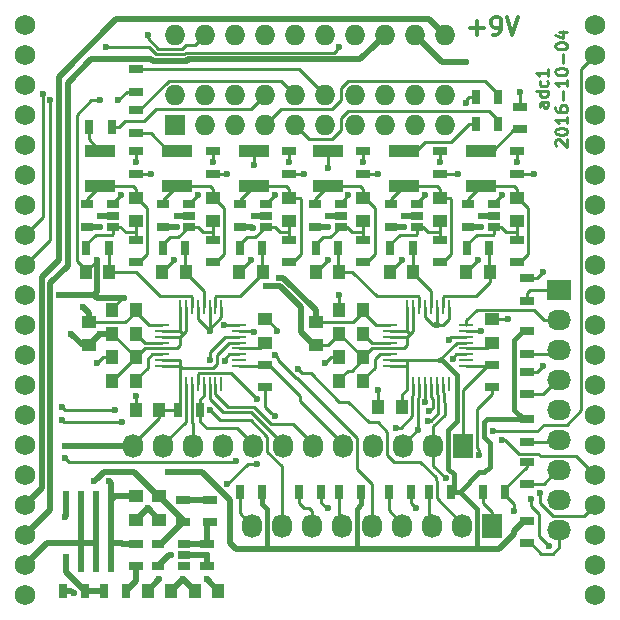
<source format=gtl>
G04 #@! TF.FileFunction,Copper,L1,Top,Signal*
%FSLAX46Y46*%
G04 Gerber Fmt 4.6, Leading zero omitted, Abs format (unit mm)*
G04 Created by KiCad (PCBNEW 4.0.2-stable) date Tue 04 Oct 2016 01:03:20 PM CEST*
%MOMM*%
G01*
G04 APERTURE LIST*
%ADD10C,0.100000*%
%ADD11C,0.250000*%
%ADD12C,0.300000*%
%ADD13R,1.250000X1.000000*%
%ADD14R,1.000000X1.250000*%
%ADD15R,1.727200X2.032000*%
%ADD16O,1.727200X2.032000*%
%ADD17R,2.032000X1.727200*%
%ADD18O,2.032000X1.727200*%
%ADD19R,0.700000X1.300000*%
%ADD20R,1.300000X0.700000*%
%ADD21R,0.600000X1.550000*%
%ADD22R,1.060000X0.650000*%
%ADD23R,0.280000X1.200000*%
%ADD24R,1.200000X0.280000*%
%ADD25R,2.500000X1.000000*%
%ADD26C,1.727200*%
%ADD27R,1.727200X1.727200*%
%ADD28O,1.727200X1.727200*%
%ADD29C,0.600000*%
%ADD30C,0.500000*%
%ADD31C,0.400000*%
G04 APERTURE END LIST*
D10*
D11*
X120127381Y-82392857D02*
X119603571Y-82392857D01*
X119508333Y-82440476D01*
X119460714Y-82535714D01*
X119460714Y-82726191D01*
X119508333Y-82821429D01*
X120079762Y-82392857D02*
X120127381Y-82488095D01*
X120127381Y-82726191D01*
X120079762Y-82821429D01*
X119984524Y-82869048D01*
X119889286Y-82869048D01*
X119794048Y-82821429D01*
X119746429Y-82726191D01*
X119746429Y-82488095D01*
X119698810Y-82392857D01*
X120127381Y-81488095D02*
X119127381Y-81488095D01*
X120079762Y-81488095D02*
X120127381Y-81583333D01*
X120127381Y-81773810D01*
X120079762Y-81869048D01*
X120032143Y-81916667D01*
X119936905Y-81964286D01*
X119651190Y-81964286D01*
X119555952Y-81916667D01*
X119508333Y-81869048D01*
X119460714Y-81773810D01*
X119460714Y-81583333D01*
X119508333Y-81488095D01*
X120079762Y-80583333D02*
X120127381Y-80678571D01*
X120127381Y-80869048D01*
X120079762Y-80964286D01*
X120032143Y-81011905D01*
X119936905Y-81059524D01*
X119651190Y-81059524D01*
X119555952Y-81011905D01*
X119508333Y-80964286D01*
X119460714Y-80869048D01*
X119460714Y-80678571D01*
X119508333Y-80583333D01*
X120127381Y-79630952D02*
X120127381Y-80202381D01*
X120127381Y-79916667D02*
X119127381Y-79916667D01*
X119270238Y-80011905D01*
X119365476Y-80107143D01*
X119413095Y-80202381D01*
X120872619Y-86107143D02*
X120825000Y-86059524D01*
X120777381Y-85964286D01*
X120777381Y-85726190D01*
X120825000Y-85630952D01*
X120872619Y-85583333D01*
X120967857Y-85535714D01*
X121063095Y-85535714D01*
X121205952Y-85583333D01*
X121777381Y-86154762D01*
X121777381Y-85535714D01*
X120777381Y-84916667D02*
X120777381Y-84821428D01*
X120825000Y-84726190D01*
X120872619Y-84678571D01*
X120967857Y-84630952D01*
X121158333Y-84583333D01*
X121396429Y-84583333D01*
X121586905Y-84630952D01*
X121682143Y-84678571D01*
X121729762Y-84726190D01*
X121777381Y-84821428D01*
X121777381Y-84916667D01*
X121729762Y-85011905D01*
X121682143Y-85059524D01*
X121586905Y-85107143D01*
X121396429Y-85154762D01*
X121158333Y-85154762D01*
X120967857Y-85107143D01*
X120872619Y-85059524D01*
X120825000Y-85011905D01*
X120777381Y-84916667D01*
X121777381Y-83630952D02*
X121777381Y-84202381D01*
X121777381Y-83916667D02*
X120777381Y-83916667D01*
X120920238Y-84011905D01*
X121015476Y-84107143D01*
X121063095Y-84202381D01*
X120777381Y-82773809D02*
X120777381Y-82964286D01*
X120825000Y-83059524D01*
X120872619Y-83107143D01*
X121015476Y-83202381D01*
X121205952Y-83250000D01*
X121586905Y-83250000D01*
X121682143Y-83202381D01*
X121729762Y-83154762D01*
X121777381Y-83059524D01*
X121777381Y-82869047D01*
X121729762Y-82773809D01*
X121682143Y-82726190D01*
X121586905Y-82678571D01*
X121348810Y-82678571D01*
X121253571Y-82726190D01*
X121205952Y-82773809D01*
X121158333Y-82869047D01*
X121158333Y-83059524D01*
X121205952Y-83154762D01*
X121253571Y-83202381D01*
X121348810Y-83250000D01*
X121396429Y-82250000D02*
X121396429Y-81488095D01*
X121777381Y-80488095D02*
X121777381Y-81059524D01*
X121777381Y-80773810D02*
X120777381Y-80773810D01*
X120920238Y-80869048D01*
X121015476Y-80964286D01*
X121063095Y-81059524D01*
X120777381Y-79869048D02*
X120777381Y-79773809D01*
X120825000Y-79678571D01*
X120872619Y-79630952D01*
X120967857Y-79583333D01*
X121158333Y-79535714D01*
X121396429Y-79535714D01*
X121586905Y-79583333D01*
X121682143Y-79630952D01*
X121729762Y-79678571D01*
X121777381Y-79773809D01*
X121777381Y-79869048D01*
X121729762Y-79964286D01*
X121682143Y-80011905D01*
X121586905Y-80059524D01*
X121396429Y-80107143D01*
X121158333Y-80107143D01*
X120967857Y-80059524D01*
X120872619Y-80011905D01*
X120825000Y-79964286D01*
X120777381Y-79869048D01*
X121396429Y-79107143D02*
X121396429Y-78345238D01*
X120777381Y-77678572D02*
X120777381Y-77583333D01*
X120825000Y-77488095D01*
X120872619Y-77440476D01*
X120967857Y-77392857D01*
X121158333Y-77345238D01*
X121396429Y-77345238D01*
X121586905Y-77392857D01*
X121682143Y-77440476D01*
X121729762Y-77488095D01*
X121777381Y-77583333D01*
X121777381Y-77678572D01*
X121729762Y-77773810D01*
X121682143Y-77821429D01*
X121586905Y-77869048D01*
X121396429Y-77916667D01*
X121158333Y-77916667D01*
X120967857Y-77869048D01*
X120872619Y-77821429D01*
X120825000Y-77773810D01*
X120777381Y-77678572D01*
X121110714Y-76488095D02*
X121777381Y-76488095D01*
X120729762Y-76726191D02*
X121444048Y-76964286D01*
X121444048Y-76345238D01*
D12*
X113571429Y-76107143D02*
X114714286Y-76107143D01*
X114142857Y-76678571D02*
X114142857Y-75535714D01*
X115500000Y-76678571D02*
X115785715Y-76678571D01*
X115928572Y-76607143D01*
X116000000Y-76535714D01*
X116142858Y-76321429D01*
X116214286Y-76035714D01*
X116214286Y-75464286D01*
X116142858Y-75321429D01*
X116071429Y-75250000D01*
X115928572Y-75178571D01*
X115642858Y-75178571D01*
X115500000Y-75250000D01*
X115428572Y-75321429D01*
X115357143Y-75464286D01*
X115357143Y-75821429D01*
X115428572Y-75964286D01*
X115500000Y-76035714D01*
X115642858Y-76107143D01*
X115928572Y-76107143D01*
X116071429Y-76035714D01*
X116142858Y-75964286D01*
X116214286Y-75821429D01*
X116642857Y-75178571D02*
X117142857Y-76678571D01*
X117642857Y-75178571D01*
D13*
X98250000Y-92500000D03*
X98250000Y-90500000D03*
D14*
X86250000Y-123750000D03*
X88250000Y-123750000D03*
X90250000Y-123750000D03*
X92250000Y-123750000D03*
D13*
X85250000Y-115750000D03*
X85250000Y-117750000D03*
X87250000Y-115750000D03*
X87250000Y-117750000D03*
X96200000Y-100800000D03*
X96200000Y-102800000D03*
X91750000Y-92500000D03*
X91750000Y-90500000D03*
D14*
X96000000Y-96750000D03*
X94000000Y-96750000D03*
X89500000Y-96750000D03*
X87500000Y-96750000D03*
X83000000Y-96750000D03*
X81000000Y-96750000D03*
D13*
X85250000Y-92500000D03*
X85250000Y-90500000D03*
D14*
X85250000Y-106000000D03*
X83250000Y-106000000D03*
X87250000Y-108500000D03*
X85250000Y-108500000D03*
X83250000Y-102000000D03*
X85250000Y-102000000D03*
X85250000Y-100000000D03*
X83250000Y-100000000D03*
X83250000Y-104000000D03*
X85250000Y-104000000D03*
D13*
X81250000Y-101000000D03*
X81250000Y-103000000D03*
X117500000Y-92500000D03*
X117500000Y-90500000D03*
X115400000Y-100800000D03*
X115400000Y-102800000D03*
X111000000Y-92500000D03*
X111000000Y-90500000D03*
D14*
X115250000Y-96750000D03*
X113250000Y-96750000D03*
X108750000Y-96750000D03*
X106750000Y-96750000D03*
X102500000Y-96750000D03*
X100500000Y-96750000D03*
D13*
X104500000Y-92500000D03*
X104500000Y-90500000D03*
D14*
X104500000Y-106000000D03*
X102500000Y-106000000D03*
X107750000Y-108250000D03*
X105750000Y-108250000D03*
X102500000Y-102000000D03*
X104500000Y-102000000D03*
X104500000Y-100000000D03*
X102500000Y-100000000D03*
X102500000Y-104000000D03*
X104500000Y-104000000D03*
D13*
X100500000Y-101000000D03*
X100500000Y-103000000D03*
D15*
X115420000Y-118250000D03*
D16*
X112880000Y-118250000D03*
X110340000Y-118250000D03*
X107800000Y-118250000D03*
X105260000Y-118250000D03*
X102720000Y-118250000D03*
X100180000Y-118250000D03*
X97640000Y-118250000D03*
X95100000Y-118250000D03*
D17*
X121100000Y-98340000D03*
D18*
X121100000Y-100880000D03*
X121100000Y-103420000D03*
X121100000Y-105960000D03*
X121100000Y-108500000D03*
X121100000Y-111040000D03*
X121100000Y-113580000D03*
X121100000Y-116120000D03*
X121100000Y-118660000D03*
D19*
X88800000Y-108500000D03*
X90700000Y-108500000D03*
X79050000Y-123750000D03*
X80950000Y-123750000D03*
X82550000Y-123750000D03*
X84450000Y-123750000D03*
D20*
X85250000Y-121700000D03*
X85250000Y-119800000D03*
X91250000Y-121700000D03*
X91250000Y-119800000D03*
X91500000Y-117950000D03*
X91500000Y-116050000D03*
X89250000Y-116050000D03*
X89250000Y-117950000D03*
X98250000Y-95950000D03*
X98250000Y-94050000D03*
X85250000Y-81500000D03*
X85250000Y-79600000D03*
D19*
X110050000Y-115400000D03*
X111950000Y-115400000D03*
X116550000Y-115400000D03*
X114650000Y-115400000D03*
X102450000Y-115400000D03*
X104350000Y-115400000D03*
X108550000Y-115400000D03*
X106650000Y-115400000D03*
X94050000Y-115400000D03*
X95950000Y-115400000D03*
D20*
X98250000Y-88450000D03*
X98250000Y-86550000D03*
D19*
X100950000Y-115400000D03*
X99050000Y-115400000D03*
D20*
X96200000Y-106550000D03*
X96200000Y-104650000D03*
X91750000Y-95950000D03*
X91750000Y-94050000D03*
D19*
X95950000Y-94750000D03*
X94050000Y-94750000D03*
D20*
X85250000Y-85000000D03*
X85250000Y-83100000D03*
D19*
X89450000Y-94750000D03*
X87550000Y-94750000D03*
X82950000Y-94750000D03*
X81050000Y-94750000D03*
D20*
X91750000Y-88450000D03*
X91750000Y-86550000D03*
X85250000Y-95950000D03*
X85250000Y-94050000D03*
D19*
X81300000Y-84500000D03*
X83200000Y-84500000D03*
D20*
X85250000Y-88450000D03*
X85250000Y-86550000D03*
X117500000Y-95950000D03*
X117500000Y-94050000D03*
X117750000Y-84700000D03*
X117750000Y-82800000D03*
X118350000Y-103700000D03*
X118350000Y-101800000D03*
X118350000Y-97300000D03*
X118350000Y-99200000D03*
X118400000Y-111150000D03*
X118400000Y-109250000D03*
X118350000Y-105250000D03*
X118350000Y-107150000D03*
X118400000Y-119750000D03*
X118400000Y-117850000D03*
X117500000Y-88450000D03*
X117500000Y-86550000D03*
X118400000Y-112850000D03*
X118400000Y-114750000D03*
X115400000Y-106550000D03*
X115400000Y-104650000D03*
X111000000Y-95950000D03*
X111000000Y-94050000D03*
D19*
X115200000Y-94750000D03*
X113300000Y-94750000D03*
X114050000Y-84250000D03*
X115950000Y-84250000D03*
X108700000Y-94750000D03*
X106800000Y-94750000D03*
X102399999Y-94750000D03*
X100499999Y-94750000D03*
D20*
X111000000Y-88450000D03*
X111000000Y-86550000D03*
X104500000Y-95950000D03*
X104500000Y-94050000D03*
D19*
X114050000Y-82000000D03*
X115950000Y-82000000D03*
D20*
X104500000Y-88450000D03*
X104500000Y-86550000D03*
D21*
X79345000Y-121450000D03*
X80615000Y-121450000D03*
X81885000Y-121450000D03*
X83155000Y-121450000D03*
X83155000Y-116050000D03*
X81885000Y-116050000D03*
X80615000Y-116050000D03*
X79345000Y-116050000D03*
D22*
X89350000Y-121700000D03*
X89350000Y-120750000D03*
X89350000Y-119800000D03*
X87150000Y-119800000D03*
X87150000Y-121700000D03*
X96250000Y-92950000D03*
X96250000Y-92000000D03*
X96250000Y-91050000D03*
X94050000Y-91050000D03*
X94050000Y-92950000D03*
X89750000Y-92950000D03*
X89750000Y-92000000D03*
X89750000Y-91050000D03*
X87550000Y-91050000D03*
X87550000Y-92950000D03*
D23*
X92500000Y-99750000D03*
X92000000Y-99750000D03*
X91500000Y-99750000D03*
X91000000Y-99750000D03*
X90500000Y-99750000D03*
X90000000Y-99750000D03*
X89500000Y-99750000D03*
X89000000Y-99750000D03*
D24*
X87500000Y-101250000D03*
X87500000Y-101750000D03*
X87500000Y-102250000D03*
X87500000Y-102750000D03*
X87500000Y-103250000D03*
X87500000Y-103750000D03*
X87500000Y-104250000D03*
X87500000Y-104750000D03*
D23*
X89000000Y-106250000D03*
X89500000Y-106250000D03*
X90000000Y-106250000D03*
X90500000Y-106250000D03*
X91000000Y-106250000D03*
X91500000Y-106250000D03*
X92000000Y-106250000D03*
X92500000Y-106250000D03*
D24*
X94000000Y-104750000D03*
X94000000Y-104250000D03*
X94000000Y-103750000D03*
X94000000Y-103250000D03*
X94000000Y-102750000D03*
X94000000Y-102250000D03*
X94000000Y-101750000D03*
X94000000Y-101250000D03*
D22*
X83350000Y-92950000D03*
X83350000Y-92000000D03*
X83350000Y-91050000D03*
X81150000Y-91050000D03*
X81150000Y-92950000D03*
X115600000Y-92950000D03*
X115600000Y-92000000D03*
X115600000Y-91050000D03*
X113400000Y-91050000D03*
X113400000Y-92950000D03*
X109100000Y-92950000D03*
X109100000Y-92000000D03*
X109100000Y-91050000D03*
X106900000Y-91050000D03*
X106900000Y-92950000D03*
D23*
X111750000Y-99750000D03*
X111250000Y-99750000D03*
X110750000Y-99750000D03*
X110250000Y-99750000D03*
X109750000Y-99750000D03*
X109250000Y-99750000D03*
X108750000Y-99750000D03*
X108250000Y-99750000D03*
D24*
X106750000Y-101250000D03*
X106750000Y-101750000D03*
X106750000Y-102250000D03*
X106750000Y-102750000D03*
X106750000Y-103250000D03*
X106750000Y-103750000D03*
X106750000Y-104250000D03*
X106750000Y-104750000D03*
D23*
X108250000Y-106250000D03*
X108750000Y-106250000D03*
X109250000Y-106250000D03*
X109750000Y-106250000D03*
X110250000Y-106250000D03*
X110750000Y-106250000D03*
X111250000Y-106250000D03*
X111750000Y-106250000D03*
D24*
X113250000Y-104750000D03*
X113250000Y-104250000D03*
X113250000Y-103750000D03*
X113250000Y-103250000D03*
X113250000Y-102750000D03*
X113250000Y-102250000D03*
X113250000Y-101750000D03*
X113250000Y-101250000D03*
D22*
X102600000Y-92950000D03*
X102600000Y-92000000D03*
X102600000Y-91050000D03*
X100400000Y-91050000D03*
X100400000Y-92950000D03*
D25*
X95250000Y-89500000D03*
X95250000Y-86500000D03*
X88750000Y-89500000D03*
X88750000Y-86500000D03*
X82250000Y-89500000D03*
X82250000Y-86500000D03*
X114500000Y-89500000D03*
X114500000Y-86500000D03*
X108000000Y-89500000D03*
X108000000Y-86500000D03*
X101500000Y-89500000D03*
X101500000Y-86500000D03*
D26*
X75870000Y-75870000D03*
X75870000Y-78410000D03*
X75870000Y-80950000D03*
X75870000Y-83490000D03*
X75870000Y-86030000D03*
X75870000Y-88570000D03*
X75870000Y-91110000D03*
X75870000Y-93650000D03*
X75870000Y-96190000D03*
X75870000Y-98730000D03*
X75870000Y-101270000D03*
X75870000Y-103810000D03*
X75870000Y-106350000D03*
X75870000Y-108890000D03*
X75870000Y-111430000D03*
X75870000Y-113970000D03*
X75870000Y-116510000D03*
X75870000Y-119050000D03*
X75870000Y-121590000D03*
X75870000Y-124130000D03*
X124130000Y-124130000D03*
X124130000Y-121590000D03*
X124130000Y-119050000D03*
X124130000Y-116510000D03*
X124130000Y-113970000D03*
X124130000Y-111430000D03*
X124130000Y-108890000D03*
X124130000Y-106350000D03*
X124130000Y-103810000D03*
X124130000Y-101270000D03*
X124130000Y-98730000D03*
X124130000Y-96190000D03*
X124130000Y-93650000D03*
X124130000Y-91110000D03*
X124130000Y-88570000D03*
X124130000Y-86030000D03*
X124130000Y-83490000D03*
X124130000Y-80950000D03*
X124130000Y-78410000D03*
X124130000Y-75870000D03*
D15*
X112990000Y-111500000D03*
D16*
X110450000Y-111500000D03*
X107910000Y-111500000D03*
X105370000Y-111500000D03*
X102830000Y-111500000D03*
X100290000Y-111500000D03*
X97750000Y-111500000D03*
X95210000Y-111500000D03*
X92670000Y-111500000D03*
X90130000Y-111500000D03*
X87590000Y-111500000D03*
X85050000Y-111500000D03*
D27*
X88570000Y-84320000D03*
D28*
X88570000Y-81780000D03*
X91110000Y-84320000D03*
X91110000Y-81780000D03*
X93650000Y-84320000D03*
X93650000Y-81780000D03*
X96190000Y-84320000D03*
X96190000Y-81780000D03*
X98730000Y-84320000D03*
X98730000Y-81780000D03*
X101270000Y-84320000D03*
X101270000Y-81780000D03*
X103810000Y-84320000D03*
X103810000Y-81780000D03*
X106350000Y-84320000D03*
X106350000Y-81780000D03*
X108890000Y-84320000D03*
X108890000Y-81780000D03*
X111430000Y-84320000D03*
X111430000Y-81780000D03*
X96190000Y-76700000D03*
X98730000Y-76700000D03*
X93650000Y-76700000D03*
X108890000Y-76700000D03*
X103810000Y-76700000D03*
X106350000Y-76700000D03*
X101270000Y-76700000D03*
X111430000Y-76700000D03*
X88570000Y-76700000D03*
X91110000Y-76700000D03*
D29*
X87250000Y-122750000D03*
X81885000Y-119750000D03*
X113250000Y-79000000D03*
X84250000Y-98999996D03*
X92779457Y-104279457D03*
X116750000Y-100750000D03*
X78750000Y-98750000D03*
X117250008Y-117000000D03*
X109000000Y-116750000D03*
X101500000Y-116750000D03*
X112099990Y-104150010D03*
X97250000Y-101750000D03*
X107750000Y-95750000D03*
X119750000Y-96750000D03*
X119750000Y-104750000D03*
X114250000Y-95750000D03*
X88500000Y-95750000D03*
X91500000Y-101750000D03*
X101500000Y-95750000D03*
X95000000Y-95750000D03*
X82250000Y-82250000D03*
X89250000Y-122750000D03*
X82000000Y-95750000D03*
X80000000Y-124000000D03*
X86250000Y-116750000D03*
X79250000Y-117500000D03*
X91250000Y-120750000D03*
X105750000Y-106750000D03*
X85250000Y-107250000D03*
X110750000Y-101250000D03*
X101250000Y-104500000D03*
X102500000Y-98750000D03*
X82000000Y-104500000D03*
X117500000Y-87500000D03*
X111000000Y-87500000D03*
X104500000Y-87500000D03*
X98250000Y-87500000D03*
X91750000Y-87500000D03*
X85250000Y-87500000D03*
X91250000Y-122750000D03*
X88250000Y-120750000D03*
X97362404Y-97249980D03*
X80750000Y-99750000D03*
X83000000Y-114500000D03*
X88719998Y-93000000D03*
X95218023Y-93049373D03*
X101500000Y-93000000D03*
X108000000Y-93000000D03*
X114500000Y-93000000D03*
X82250000Y-93000000D03*
X96249994Y-98000000D03*
X81750000Y-114500000D03*
X82250000Y-102000000D03*
X79750000Y-102000000D03*
X88750000Y-92000000D03*
X95250000Y-92000000D03*
X101500000Y-92000000D03*
X108000000Y-92000000D03*
X114500000Y-92000000D03*
X82250000Y-92000000D03*
X95250000Y-87750000D03*
X83750000Y-82250000D03*
X88000000Y-113750000D03*
X79250000Y-111500000D03*
X113243621Y-82500000D03*
X101500000Y-88000000D03*
X77434297Y-81684295D03*
X102500000Y-77750000D03*
X82750000Y-77750000D03*
X77999980Y-82250000D03*
X117750000Y-81500000D03*
X86250000Y-76750000D03*
X109976226Y-109365601D03*
X116250000Y-111000000D03*
X119500000Y-115500000D03*
X95500000Y-107500000D03*
X109750000Y-107750000D03*
X118750021Y-116000000D03*
X120250000Y-120000000D03*
X110118737Y-108578385D03*
X79000000Y-108250002D03*
X83500000Y-108500000D03*
X93000000Y-114750000D03*
X95500000Y-113000000D03*
X79000000Y-109300013D03*
X84125020Y-109500174D03*
X111500000Y-114250000D03*
X114353618Y-112250000D03*
X97000000Y-109000000D03*
X93750000Y-112750000D03*
X79250000Y-112500000D03*
X115499982Y-110250000D03*
X109124998Y-110132602D03*
X99000000Y-105000000D03*
X92750000Y-101250000D03*
X97006229Y-103766014D03*
X95250000Y-101875020D03*
X91499981Y-104249963D03*
X91550018Y-108500000D03*
X114499998Y-101750000D03*
X111750000Y-102500000D03*
X105750000Y-88500000D03*
X103250000Y-90250000D03*
X99500000Y-88500000D03*
X97000000Y-90250000D03*
X93000000Y-88500000D03*
X90500000Y-90250000D03*
X86500000Y-88500000D03*
X84000000Y-90250000D03*
X119000000Y-88500000D03*
X116250000Y-90250000D03*
X112500000Y-88500000D03*
X109750000Y-90250000D03*
X107250000Y-109999992D03*
D30*
X86250000Y-123750000D02*
X87250000Y-122750000D01*
X81885000Y-121450000D02*
X81885000Y-119750000D01*
X81885000Y-119750000D02*
X81885000Y-116050000D01*
X80615000Y-119750000D02*
X81885000Y-119750000D01*
X80615000Y-116050000D02*
X80615000Y-119750000D01*
X77710000Y-119750000D02*
X80615000Y-119750000D01*
X80615000Y-119750000D02*
X80615000Y-121450000D01*
X75870000Y-121590000D02*
X77710000Y-119750000D01*
X108890000Y-76700000D02*
X111190000Y-79000000D01*
X111190000Y-79000000D02*
X113250000Y-79000000D01*
X83825736Y-98999996D02*
X84250000Y-98999996D01*
X81999998Y-98999996D02*
X83825736Y-98999996D01*
X81750000Y-98749998D02*
X81999998Y-98999996D01*
D11*
X83250000Y-99875000D02*
X84125004Y-98999996D01*
X84125004Y-98999996D02*
X84250000Y-98999996D01*
X83250000Y-100000000D02*
X83250000Y-99875000D01*
X93150000Y-103750000D02*
X92779457Y-104120543D01*
X94000000Y-103750000D02*
X93150000Y-103750000D01*
X92779457Y-104120543D02*
X92779457Y-104279457D01*
X116700000Y-100800000D02*
X116750000Y-100750000D01*
X115400000Y-100800000D02*
X116700000Y-100800000D01*
D30*
X81750000Y-98749998D02*
X78750002Y-98749998D01*
X82000000Y-95750000D02*
X82000000Y-98499998D01*
X82000000Y-98499998D02*
X81750000Y-98749998D01*
X78750002Y-98749998D02*
X78750000Y-98750000D01*
D11*
X116550000Y-115400000D02*
X116550000Y-115700000D01*
X117250008Y-116575736D02*
X117250008Y-117000000D01*
X117250008Y-116400008D02*
X117250008Y-116575736D01*
X116550000Y-115700000D02*
X117250008Y-116400008D01*
X108550000Y-116300000D02*
X109000000Y-116750000D01*
X108550000Y-115400000D02*
X108550000Y-116300000D01*
X101400000Y-116750000D02*
X101500000Y-116750000D01*
X100950000Y-115400000D02*
X100950000Y-116300000D01*
X100950000Y-116300000D02*
X101400000Y-116750000D01*
X118400000Y-112850000D02*
X118700000Y-112850000D01*
X116550000Y-115400000D02*
X116550000Y-115100000D01*
X116550000Y-115100000D02*
X118400000Y-113250000D01*
X118400000Y-113250000D02*
X118400000Y-112850000D01*
X112099990Y-104050010D02*
X112099990Y-104150010D01*
X113250000Y-103750000D02*
X112400000Y-103750000D01*
X112400000Y-103750000D02*
X112099990Y-104050010D01*
X97250000Y-101725000D02*
X97250000Y-101750000D01*
X96325000Y-100800000D02*
X97250000Y-101725000D01*
X96200000Y-100800000D02*
X96325000Y-100800000D01*
X106750000Y-96750000D02*
X107750000Y-95750000D01*
X91500000Y-101600000D02*
X91500000Y-101750000D01*
X92500000Y-100600000D02*
X91500000Y-101600000D01*
X92500000Y-99750000D02*
X92500000Y-100600000D01*
X118350000Y-97300000D02*
X119200000Y-97300000D01*
X119200000Y-97300000D02*
X119750000Y-96750000D01*
X118350000Y-105250000D02*
X119250000Y-105250000D01*
X119250000Y-105250000D02*
X119750000Y-104750000D01*
X113250000Y-96750000D02*
X114250000Y-95750000D01*
X87500000Y-96750000D02*
X88500000Y-95750000D01*
X91200001Y-101450001D02*
X91500000Y-101750000D01*
X90500000Y-100750000D02*
X91200001Y-101450001D01*
X90500000Y-99750000D02*
X90500000Y-100750000D01*
X91500000Y-99750000D02*
X91500000Y-101750000D01*
X100500000Y-96750000D02*
X101500000Y-95750000D01*
X94000000Y-96750000D02*
X95000000Y-95750000D01*
X80250000Y-83500000D02*
X81500000Y-82250000D01*
X81500000Y-82250000D02*
X82250000Y-82250000D01*
X80250000Y-95875000D02*
X80250000Y-83500000D01*
X81000000Y-96750000D02*
X81000000Y-96625000D01*
X81000000Y-96625000D02*
X80250000Y-95875000D01*
D30*
X90250000Y-123750000D02*
X89250000Y-122750000D01*
X88250000Y-123750000D02*
X89250000Y-122750000D01*
D11*
X81000000Y-96750000D02*
X82000000Y-95750000D01*
D30*
X79050000Y-123750000D02*
X79750000Y-123750000D01*
X79750000Y-123750000D02*
X80000000Y-124000000D01*
X87250000Y-117750000D02*
X86250000Y-116750000D01*
X85250000Y-117750000D02*
X86250000Y-116750000D01*
X79345000Y-116050000D02*
X79345000Y-117405000D01*
X79345000Y-117405000D02*
X79250000Y-117500000D01*
X89350000Y-120750000D02*
X91250000Y-120750000D01*
X91250000Y-121700000D02*
X91250000Y-120750000D01*
D11*
X105750000Y-108250000D02*
X105750000Y-106750000D01*
X85250000Y-108500000D02*
X85250000Y-107250000D01*
X110750000Y-101250000D02*
X111250000Y-101250000D01*
X111250000Y-101250000D02*
X111750000Y-100750000D01*
X111750000Y-100750000D02*
X111750000Y-99750000D01*
X110750000Y-99750000D02*
X110750000Y-101250000D01*
X109750000Y-99750000D02*
X109750000Y-100600000D01*
X109750000Y-100600000D02*
X110400000Y-101250000D01*
X110400000Y-101250000D02*
X110750000Y-101250000D01*
X101750000Y-104000000D02*
X101250000Y-104500000D01*
X102500000Y-104000000D02*
X101750000Y-104000000D01*
X102500000Y-100000000D02*
X102500000Y-98750000D01*
X83250000Y-104000000D02*
X82500000Y-104000000D01*
X82500000Y-104000000D02*
X82000000Y-104500000D01*
X117500000Y-86550000D02*
X117500000Y-87500000D01*
X111000000Y-86550000D02*
X111000000Y-87500000D01*
X104500000Y-86550000D02*
X104500000Y-87500000D01*
X98250000Y-86550000D02*
X98250000Y-87500000D01*
X91750000Y-86550000D02*
X91750000Y-87500000D01*
X85250000Y-86550000D02*
X85250000Y-87500000D01*
D30*
X91250000Y-122750000D02*
X92250000Y-123750000D01*
X88250000Y-120750000D02*
X88100000Y-120750000D01*
X88100000Y-120750000D02*
X87150000Y-121700000D01*
X97749980Y-97249980D02*
X97362404Y-97249980D01*
X100500000Y-100000000D02*
X97749980Y-97249980D01*
X100500000Y-101000000D02*
X100500000Y-100000000D01*
D11*
X103625000Y-101000000D02*
X100500000Y-101000000D01*
D30*
X100400000Y-92950000D02*
X101450000Y-92950000D01*
X101450000Y-92950000D02*
X101500000Y-93000000D01*
X81250000Y-101000000D02*
X81250000Y-100250000D01*
X81250000Y-100250000D02*
X80750000Y-99750000D01*
X83155000Y-116050000D02*
X83155000Y-114655000D01*
X83155000Y-114655000D02*
X83000000Y-114500000D01*
X94050000Y-92950000D02*
X95118650Y-92950000D01*
X95118650Y-92950000D02*
X95218023Y-93049373D01*
X87550000Y-92950000D02*
X88669998Y-92950000D01*
X88669998Y-92950000D02*
X88719998Y-93000000D01*
X106900000Y-92950000D02*
X107950000Y-92950000D01*
X107950000Y-92950000D02*
X108000000Y-93000000D01*
X113400000Y-92950000D02*
X114450000Y-92950000D01*
X114450000Y-92950000D02*
X114500000Y-93000000D01*
X82200000Y-92950000D02*
X82250000Y-93000000D01*
X81150000Y-92950000D02*
X82200000Y-92950000D01*
X83155000Y-121450000D02*
X83155000Y-119750000D01*
X83155000Y-119750000D02*
X83155000Y-116050000D01*
X85250000Y-119800000D02*
X84100000Y-119800000D01*
X84100000Y-119800000D02*
X84050000Y-119750000D01*
X84050000Y-119750000D02*
X83155000Y-119750000D01*
X85250000Y-115750000D02*
X83455000Y-115750000D01*
X83455000Y-115750000D02*
X83155000Y-116050000D01*
D11*
X81250000Y-101000000D02*
X84375000Y-101000000D01*
X84375000Y-101000000D02*
X85250000Y-100125000D01*
X85250000Y-100125000D02*
X85250000Y-100000000D01*
X103625000Y-101000000D02*
X104500000Y-100125000D01*
X104500000Y-100125000D02*
X104500000Y-100000000D01*
X106750000Y-101250000D02*
X105625000Y-101250000D01*
X105625000Y-101250000D02*
X104500000Y-100125000D01*
X87500000Y-101250000D02*
X86375000Y-101250000D01*
X86375000Y-101250000D02*
X85250000Y-100125000D01*
D30*
X99250000Y-99750000D02*
X99250000Y-101875000D01*
X99250000Y-101875000D02*
X100375000Y-103000000D01*
X100375000Y-103000000D02*
X100500000Y-103000000D01*
X97500000Y-98000000D02*
X99250000Y-99750000D01*
X96249994Y-98000000D02*
X97500000Y-98000000D01*
X82049999Y-114200001D02*
X81750000Y-114500000D01*
X87250000Y-115750000D02*
X87125000Y-115750000D01*
X85075001Y-113700001D02*
X82549999Y-113700001D01*
X87125000Y-115750000D02*
X85075001Y-113700001D01*
X82549999Y-113700001D02*
X82049999Y-114200001D01*
X83250000Y-102000000D02*
X82250000Y-102000000D01*
X81250000Y-103000000D02*
X82250000Y-102000000D01*
X81250000Y-103000000D02*
X80750000Y-103000000D01*
X80750000Y-103000000D02*
X79750000Y-102000000D01*
X89750000Y-92000000D02*
X88750000Y-92000000D01*
X96250000Y-92000000D02*
X95250000Y-92000000D01*
X102600000Y-92000000D02*
X101500000Y-92000000D01*
X109100000Y-92000000D02*
X108000000Y-92000000D01*
X114500000Y-92000000D02*
X115600000Y-92000000D01*
X83350000Y-92000000D02*
X82250000Y-92000000D01*
D11*
X108000000Y-103250000D02*
X108250000Y-103000000D01*
X108250000Y-103000000D02*
X108250000Y-102250000D01*
X106750000Y-103250000D02*
X108000000Y-103250000D01*
X88750000Y-103250000D02*
X89000000Y-103000000D01*
X89000000Y-103000000D02*
X89000000Y-102250000D01*
X87500000Y-103250000D02*
X88750000Y-103250000D01*
D30*
X89250000Y-117950000D02*
X89250000Y-117750000D01*
X89250000Y-117750000D02*
X87250000Y-115750000D01*
X87150000Y-119800000D02*
X87400000Y-119800000D01*
X87400000Y-119800000D02*
X89250000Y-117950000D01*
D11*
X108250000Y-99750000D02*
X108250000Y-101750000D01*
X108750000Y-101750000D02*
X108500000Y-102000000D01*
X108500000Y-102000000D02*
X108250000Y-102250000D01*
X108250000Y-101750000D02*
X108500000Y-102000000D01*
X106750000Y-101750000D02*
X108250000Y-101750000D01*
X108750000Y-99750000D02*
X108750000Y-101750000D01*
X108250000Y-102250000D02*
X106750000Y-102250000D01*
X89000000Y-99750000D02*
X89000000Y-101750000D01*
X89500000Y-101750000D02*
X89250000Y-102000000D01*
X89250000Y-102000000D02*
X89000000Y-102250000D01*
X87500000Y-101750000D02*
X89000000Y-101750000D01*
X89000000Y-101750000D02*
X89250000Y-102000000D01*
X89000000Y-102250000D02*
X87500000Y-102250000D01*
X89500000Y-99750000D02*
X89500000Y-101750000D01*
X102500000Y-105875000D02*
X102500000Y-106000000D01*
X103250000Y-105125000D02*
X102500000Y-105875000D01*
X104500000Y-104175004D02*
X103550004Y-105125000D01*
X104500000Y-104000000D02*
X104500000Y-104175004D01*
X103550004Y-105125000D02*
X103250000Y-105125000D01*
X83250000Y-102000000D02*
X85250000Y-104000000D01*
X85250000Y-104000000D02*
X83250000Y-106000000D01*
X86000000Y-103250000D02*
X85250000Y-104000000D01*
X102500000Y-102000000D02*
X104500000Y-104000000D01*
X100500000Y-103000000D02*
X101500000Y-103000000D01*
X101500000Y-103000000D02*
X102500000Y-102000000D01*
X106750000Y-103250000D02*
X105250000Y-103250000D01*
X105250000Y-103250000D02*
X104500000Y-104000000D01*
X87500000Y-103250000D02*
X86000000Y-103250000D01*
X94050000Y-94450000D02*
X94050000Y-94750000D01*
X94650000Y-93850000D02*
X94050000Y-94450000D01*
X96250000Y-92950000D02*
X95350000Y-93850000D01*
X95350000Y-93850000D02*
X94650000Y-93850000D01*
X98250000Y-92500000D02*
X98250000Y-93400000D01*
X98250000Y-93400000D02*
X98250000Y-94050000D01*
X97480000Y-93400000D02*
X98250000Y-93400000D01*
X96250000Y-92950000D02*
X97030000Y-92950000D01*
X97030000Y-92950000D02*
X97480000Y-93400000D01*
X98250000Y-90500000D02*
X99125000Y-90500000D01*
X99125000Y-90500000D02*
X99225001Y-90600001D01*
X99225001Y-90600001D02*
X99225001Y-95274999D01*
X99225001Y-95274999D02*
X98550000Y-95950000D01*
X98550000Y-95950000D02*
X98250000Y-95950000D01*
X95250000Y-89500000D02*
X98000000Y-89500000D01*
X98000000Y-89500000D02*
X98250000Y-89750000D01*
X98250000Y-89750000D02*
X98250000Y-90500000D01*
X94050000Y-91000000D02*
X94050000Y-90700000D01*
X94050000Y-90700000D02*
X95250000Y-89500000D01*
X95250000Y-87750000D02*
X95250000Y-86500000D01*
X85250000Y-81500000D02*
X84500000Y-81500000D01*
X84500000Y-81500000D02*
X83750000Y-82250000D01*
X94000000Y-103250000D02*
X95750000Y-103250000D01*
X95750000Y-103250000D02*
X96200000Y-102800000D01*
X87550000Y-94450000D02*
X87550000Y-94750000D01*
X88150000Y-93850000D02*
X87550000Y-94450000D01*
X89750000Y-92950000D02*
X88850000Y-93850000D01*
X88850000Y-93850000D02*
X88150000Y-93850000D01*
X90980000Y-93400000D02*
X91750000Y-93400000D01*
X90530000Y-92950000D02*
X90980000Y-93400000D01*
X89750000Y-92950000D02*
X90530000Y-92950000D01*
X91750000Y-92500000D02*
X91750000Y-93400000D01*
X91750000Y-93400000D02*
X91750000Y-94050000D01*
X91800000Y-92450000D02*
X91750000Y-92500000D01*
X91750000Y-90500000D02*
X91875000Y-90500000D01*
X91875000Y-90500000D02*
X92725001Y-91350001D01*
X92725001Y-91350001D02*
X92725001Y-95274999D01*
X92050000Y-95950000D02*
X91750000Y-95950000D01*
X92725001Y-95274999D02*
X92050000Y-95950000D01*
X88750000Y-89500000D02*
X91500000Y-89500000D01*
X91500000Y-89500000D02*
X91750000Y-89750000D01*
X91750000Y-89750000D02*
X91750000Y-90500000D01*
X87550000Y-91050000D02*
X87550000Y-90700000D01*
X87550000Y-90700000D02*
X88750000Y-89500000D01*
X85250000Y-85000000D02*
X86500000Y-85000000D01*
X86500000Y-85000000D02*
X88000000Y-86500000D01*
X88000000Y-86500000D02*
X88750000Y-86500000D01*
X96000000Y-96750000D02*
X96000000Y-96875000D01*
X96000000Y-96875000D02*
X94050001Y-98824999D01*
X92075001Y-98824999D02*
X92000000Y-98900000D01*
X94050001Y-98824999D02*
X92075001Y-98824999D01*
X92000000Y-98900000D02*
X92000000Y-99750000D01*
X95950000Y-94750000D02*
X95950000Y-96700000D01*
X95950000Y-96700000D02*
X96000000Y-96750000D01*
X89500000Y-96750000D02*
X89500000Y-96875000D01*
X91000000Y-98900000D02*
X91000000Y-99750000D01*
X89500000Y-96875000D02*
X91000000Y-98375000D01*
X91000000Y-98375000D02*
X91000000Y-98900000D01*
X89450000Y-94750000D02*
X89450000Y-96700000D01*
X89450000Y-96700000D02*
X89500000Y-96750000D01*
X83000000Y-96750000D02*
X85250000Y-96750000D01*
X85250000Y-96750000D02*
X87324999Y-98824999D01*
X87324999Y-98824999D02*
X89924999Y-98824999D01*
X89924999Y-98824999D02*
X90000000Y-98900000D01*
X90000000Y-98900000D02*
X90000000Y-99750000D01*
X82950000Y-94750000D02*
X82950000Y-96700000D01*
X82950000Y-96700000D02*
X83000000Y-96750000D01*
X81050000Y-94450000D02*
X81050000Y-94750000D01*
X81874998Y-93625002D02*
X81050000Y-94450000D01*
X83350000Y-93525000D02*
X83249998Y-93625002D01*
X83350000Y-92950000D02*
X83350000Y-93525000D01*
X83249998Y-93625002D02*
X81874998Y-93625002D01*
X83350000Y-92950000D02*
X83950000Y-92950000D01*
X83950000Y-92950000D02*
X84400000Y-93400000D01*
X84400000Y-93400000D02*
X85250000Y-93400000D01*
X85250000Y-94050000D02*
X85250000Y-93400000D01*
X85250000Y-93400000D02*
X85250000Y-92500000D01*
X85300000Y-92450000D02*
X85250000Y-92500000D01*
X85250000Y-90500000D02*
X85375000Y-90500000D01*
X85375000Y-90500000D02*
X86225001Y-91350001D01*
X86225001Y-95274999D02*
X85550000Y-95950000D01*
X86225001Y-91350001D02*
X86225001Y-95274999D01*
X85550000Y-95950000D02*
X85250000Y-95950000D01*
X82250000Y-89500000D02*
X85000000Y-89500000D01*
X85000000Y-89500000D02*
X85250000Y-89750000D01*
X85250000Y-89750000D02*
X85250000Y-90500000D01*
X81150000Y-91050000D02*
X81150000Y-90600000D01*
X81150000Y-90600000D02*
X82250000Y-89500000D01*
X86250000Y-104150000D02*
X86250000Y-104875000D01*
X86250000Y-104875000D02*
X85250000Y-105875000D01*
X85250000Y-105875000D02*
X85250000Y-106000000D01*
X87500000Y-103750000D02*
X86650000Y-103750000D01*
X86650000Y-103750000D02*
X86250000Y-104150000D01*
X94000000Y-102750000D02*
X93150000Y-102750000D01*
X93150000Y-102750000D02*
X92125001Y-103774999D01*
X92125001Y-103774999D02*
X92125001Y-104550009D01*
X92125001Y-104550009D02*
X91800022Y-104874988D01*
X91800022Y-104874988D02*
X89124988Y-104874988D01*
X89124988Y-104874988D02*
X89000000Y-104750000D01*
D30*
X93750000Y-120250000D02*
X96250000Y-120250000D01*
X90889996Y-113750000D02*
X93249999Y-116110003D01*
X88000000Y-113750000D02*
X90889996Y-113750000D01*
X93249999Y-119749999D02*
X93750000Y-120250000D01*
X93249999Y-116110003D02*
X93249999Y-119749999D01*
D31*
X112200002Y-115149998D02*
X111950000Y-115400000D01*
X112200002Y-113913998D02*
X112200002Y-115149998D01*
X111210002Y-104250000D02*
X112460002Y-105500000D01*
X110924998Y-104250000D02*
X111210002Y-104250000D01*
X111726399Y-113440395D02*
X112200002Y-113913998D01*
X111726399Y-110163999D02*
X111726399Y-113440395D01*
X112460002Y-109430396D02*
X111726399Y-110163999D01*
X112460002Y-105500000D02*
X112460002Y-109430396D01*
X112700000Y-115400000D02*
X114350000Y-113750000D01*
X114350000Y-113750000D02*
X114750000Y-113750000D01*
X114750000Y-113750000D02*
X115250000Y-113250000D01*
X115250000Y-113250000D02*
X115250000Y-111286004D01*
X115250000Y-111286004D02*
X114703612Y-110739616D01*
X114703612Y-110739616D02*
X114703612Y-109510384D01*
X114703612Y-109510384D02*
X114963996Y-109250000D01*
X114963996Y-109250000D02*
X118100000Y-109250000D01*
D11*
X107750000Y-107375000D02*
X107750000Y-108250000D01*
X107750000Y-107210000D02*
X107750000Y-107375000D01*
X108250000Y-106710000D02*
X107750000Y-107210000D01*
X108250000Y-106250000D02*
X108250000Y-106710000D01*
D31*
X118350000Y-101800000D02*
X118050000Y-101800000D01*
X117299999Y-102550001D02*
X117299999Y-108449999D01*
X117299999Y-108449999D02*
X118100000Y-109250000D01*
X118050000Y-101800000D02*
X117299999Y-102550001D01*
X118100000Y-109250000D02*
X118400000Y-109250000D01*
D30*
X96250000Y-120250000D02*
X104000000Y-120250000D01*
D31*
X95950000Y-115400000D02*
X95950000Y-116450000D01*
X95950000Y-116450000D02*
X96363610Y-116863610D01*
X96363610Y-116863610D02*
X96363610Y-120136390D01*
X96363610Y-120136390D02*
X96250000Y-120250000D01*
D30*
X104000000Y-120250000D02*
X114250000Y-120250000D01*
D31*
X103996390Y-120246390D02*
X104000000Y-120250000D01*
X104350000Y-115400000D02*
X104350000Y-116450000D01*
X104350000Y-116450000D02*
X103996390Y-116803610D01*
X103996390Y-116803610D02*
X103996390Y-120246390D01*
D30*
X114250000Y-120250000D02*
X116000000Y-120250000D01*
D31*
X114143610Y-116843610D02*
X114143610Y-120143610D01*
X111950000Y-115400000D02*
X112700000Y-115400000D01*
X112700000Y-115400000D02*
X114143610Y-116843610D01*
X114143610Y-120143610D02*
X114250000Y-120250000D01*
D30*
X116000000Y-120250000D02*
X117250000Y-119000000D01*
X117250000Y-119000000D02*
X117250000Y-118700000D01*
X117250000Y-118700000D02*
X118100000Y-117850000D01*
X118100000Y-117850000D02*
X118400000Y-117850000D01*
D11*
X87250000Y-109147600D02*
X87250000Y-108500000D01*
X89000000Y-106250000D02*
X89000000Y-108300000D01*
X89000000Y-108300000D02*
X88800000Y-108500000D01*
X87250000Y-108500000D02*
X88800000Y-108500000D01*
X89000000Y-105400000D02*
X89000000Y-104750000D01*
X88350000Y-104750000D02*
X89000000Y-104750000D01*
X89000000Y-104750000D02*
X89000000Y-104250000D01*
X87500000Y-104250000D02*
X89000000Y-104250000D01*
X108250000Y-106250000D02*
X108250000Y-104750000D01*
X108250000Y-104750000D02*
X108250000Y-104250000D01*
X106750000Y-104750000D02*
X108250000Y-104750000D01*
X106750000Y-104250000D02*
X108250000Y-104250000D01*
X108250000Y-104250000D02*
X110924998Y-104250000D01*
X110924998Y-104250000D02*
X112424998Y-102750000D01*
X112424998Y-102750000D02*
X113250000Y-102750000D01*
X87500000Y-104750000D02*
X88350000Y-104750000D01*
X89000000Y-105400000D02*
X89000000Y-106250000D01*
X85050000Y-111500000D02*
X85050000Y-111347600D01*
X85050000Y-111347600D02*
X87250000Y-109147600D01*
D30*
X79250000Y-111500000D02*
X85050000Y-111500000D01*
D11*
X87500000Y-102750000D02*
X86000000Y-102750000D01*
X86000000Y-102750000D02*
X85250000Y-102000000D01*
X81300000Y-84500000D02*
X81300000Y-85550000D01*
X81300000Y-85550000D02*
X82250000Y-86500000D01*
X113300000Y-94450000D02*
X113300000Y-94750000D01*
X114124999Y-93625001D02*
X113300000Y-94450000D01*
X115499999Y-93625001D02*
X114124999Y-93625001D01*
X115600000Y-93525000D02*
X115499999Y-93625001D01*
X115600000Y-92950000D02*
X115600000Y-93525000D01*
X115600000Y-92950000D02*
X116150000Y-92950000D01*
X116150000Y-92950000D02*
X116600000Y-93400000D01*
X116600000Y-93400000D02*
X117500000Y-93400000D01*
X117500000Y-92500000D02*
X117500000Y-93400000D01*
X117500000Y-93400000D02*
X117500000Y-94050000D01*
X117500000Y-90500000D02*
X117625000Y-90500000D01*
X117625000Y-90500000D02*
X118475001Y-91350001D01*
X118475001Y-91350001D02*
X118475001Y-95274999D01*
X118475001Y-95274999D02*
X117800000Y-95950000D01*
X117800000Y-95950000D02*
X117500000Y-95950000D01*
X114500000Y-89500000D02*
X117250000Y-89500000D01*
X117250000Y-89500000D02*
X117500000Y-89750000D01*
X117500000Y-89750000D02*
X117500000Y-90500000D01*
X113400000Y-91050000D02*
X113400000Y-90600000D01*
X113400000Y-90600000D02*
X114500000Y-89500000D01*
X117750000Y-84700000D02*
X117300000Y-84700000D01*
X115500000Y-86500000D02*
X114500000Y-86500000D01*
X117300000Y-84700000D02*
X115500000Y-86500000D01*
X113250000Y-103250000D02*
X114950000Y-103250000D01*
X114950000Y-103250000D02*
X115400000Y-102800000D01*
X106800000Y-94450000D02*
X106800000Y-94750000D01*
X107624998Y-93625002D02*
X106800000Y-94450000D01*
X109100000Y-93525000D02*
X108999998Y-93625002D01*
X109100000Y-92950000D02*
X109100000Y-93525000D01*
X108999998Y-93625002D02*
X107624998Y-93625002D01*
X109100000Y-92950000D02*
X109550000Y-92950000D01*
X109550000Y-92950000D02*
X110000000Y-93400000D01*
X110000000Y-93400000D02*
X111000000Y-93400000D01*
X111000000Y-92500000D02*
X111000000Y-93400000D01*
X111000000Y-93400000D02*
X111000000Y-94050000D01*
X111000000Y-90500000D02*
X111875000Y-90500000D01*
X111975001Y-90600001D02*
X111975001Y-95274999D01*
X111875000Y-90500000D02*
X111975001Y-90600001D01*
X111975001Y-95274999D02*
X111300000Y-95950000D01*
X111300000Y-95950000D02*
X111000000Y-95950000D01*
X108000000Y-89500000D02*
X110750000Y-89500000D01*
X110750000Y-89500000D02*
X111000000Y-89750000D01*
X111000000Y-89750000D02*
X111000000Y-90500000D01*
X106900000Y-91050000D02*
X106900000Y-90600000D01*
X106900000Y-90600000D02*
X108000000Y-89500000D01*
X114050000Y-84250000D02*
X113450000Y-84250000D01*
X113450000Y-84250000D02*
X111950000Y-85750000D01*
X111950000Y-85750000D02*
X109750000Y-85750000D01*
X109750000Y-85750000D02*
X109000000Y-86500000D01*
X109000000Y-86500000D02*
X108000000Y-86500000D01*
X115250000Y-96750000D02*
X115250000Y-97625000D01*
X115250000Y-97625000D02*
X114050001Y-98824999D01*
X114050001Y-98824999D02*
X111325001Y-98824999D01*
X111325001Y-98824999D02*
X111250000Y-98900000D01*
X111250000Y-98900000D02*
X111250000Y-99750000D01*
X115200000Y-94750000D02*
X115200000Y-96700000D01*
X115200000Y-96700000D02*
X115250000Y-96750000D01*
X108750000Y-96750000D02*
X108750000Y-96875000D01*
X108750000Y-96875000D02*
X110250000Y-98375000D01*
X110250000Y-98375000D02*
X110250000Y-98900000D01*
X110250000Y-98900000D02*
X110250000Y-99750000D01*
X108700000Y-94750000D02*
X108700000Y-96700000D01*
X108700000Y-96700000D02*
X108750000Y-96750000D01*
X102500000Y-96750000D02*
X103575002Y-96750000D01*
X103575002Y-96750000D02*
X105650001Y-98824999D01*
X105650001Y-98824999D02*
X109174999Y-98824999D01*
X109174999Y-98824999D02*
X109250000Y-98900000D01*
X109250000Y-98900000D02*
X109250000Y-99750000D01*
X102399999Y-94750000D02*
X102399999Y-96649999D01*
X102399999Y-96649999D02*
X102500000Y-96750000D01*
X100499999Y-94450000D02*
X100499999Y-94750000D01*
X101099999Y-93850000D02*
X100499999Y-94450000D01*
X102600000Y-92950000D02*
X101700000Y-93850000D01*
X101700000Y-93850000D02*
X101099999Y-93850000D01*
X102600000Y-92950000D02*
X103150000Y-92950000D01*
X103150000Y-92950000D02*
X103600000Y-93400000D01*
X103600000Y-93400000D02*
X104500000Y-93400000D01*
X104500000Y-92500000D02*
X104500000Y-93400000D01*
X104500000Y-93400000D02*
X104500000Y-94050000D01*
X104500000Y-90500000D02*
X104625000Y-90500000D01*
X104625000Y-90500000D02*
X105475001Y-91350001D01*
X105475001Y-91350001D02*
X105475001Y-95274999D01*
X105475001Y-95274999D02*
X104800000Y-95950000D01*
X104800000Y-95950000D02*
X104500000Y-95950000D01*
X101500000Y-89500000D02*
X104250000Y-89500000D01*
X104250000Y-89500000D02*
X104500000Y-89750000D01*
X104500000Y-89750000D02*
X104500000Y-90500000D01*
X100400000Y-91050000D02*
X100400000Y-90600000D01*
X100400000Y-90600000D02*
X101500000Y-89500000D01*
X105500000Y-104150000D02*
X105500000Y-104875000D01*
X105500000Y-104875000D02*
X104500000Y-105875000D01*
X104500000Y-105875000D02*
X104500000Y-106000000D01*
X106750000Y-103750000D02*
X105900000Y-103750000D01*
X105900000Y-103750000D02*
X105500000Y-104150000D01*
X106750000Y-102750000D02*
X105250000Y-102750000D01*
X105250000Y-102750000D02*
X104500000Y-102000000D01*
X113450000Y-82000000D02*
X113243621Y-82206379D01*
X113243621Y-82206379D02*
X113243621Y-82500000D01*
X114050000Y-82000000D02*
X113450000Y-82000000D01*
X101500000Y-88000000D02*
X101500000Y-86500000D01*
D30*
X75870000Y-116510000D02*
X77299987Y-115080013D01*
X77299987Y-115080013D02*
X77299987Y-97200013D01*
X77299987Y-97200013D02*
X78750000Y-95750000D01*
X78750000Y-95750000D02*
X78750000Y-80250000D01*
X78750000Y-80250000D02*
X83613601Y-75386399D01*
X110116399Y-75386399D02*
X110566401Y-75836401D01*
X83613601Y-75386399D02*
X110116399Y-75386399D01*
X110566401Y-75836401D02*
X111430000Y-76700000D01*
X104274979Y-78775021D02*
X105486401Y-77563599D01*
X89565107Y-78913622D02*
X89703707Y-78775022D01*
X86714024Y-78913623D02*
X89565107Y-78913622D01*
X86550401Y-78750000D02*
X86714024Y-78913623D01*
X79500000Y-80750000D02*
X81500000Y-78750000D01*
X89703707Y-78775022D02*
X104274979Y-78775021D01*
X77999998Y-97750002D02*
X79500000Y-96250000D01*
X77999998Y-116920002D02*
X77999998Y-97750002D01*
X75870000Y-119050000D02*
X77999998Y-116920002D01*
X79500000Y-96250000D02*
X79500000Y-80750000D01*
X81500000Y-78750000D02*
X86550401Y-78750000D01*
X105486401Y-77563599D02*
X106350000Y-76700000D01*
D11*
X75870000Y-93650000D02*
X77374979Y-92145021D01*
X77374979Y-81743613D02*
X77434297Y-81684295D01*
X77374979Y-92145021D02*
X77374979Y-81743613D01*
X102200001Y-78049999D02*
X102500000Y-77750000D01*
X102049989Y-78200011D02*
X102200001Y-78049999D01*
X89326929Y-78338612D02*
X89465530Y-78200011D01*
X82750000Y-77750000D02*
X86363590Y-77750000D01*
X86952201Y-78338612D02*
X89326929Y-78338612D01*
X86363590Y-77750000D02*
X86952201Y-78338612D01*
X89465530Y-78200011D02*
X102049989Y-78200011D01*
X77999980Y-82674264D02*
X77999980Y-82250000D01*
X75870000Y-96190000D02*
X77999980Y-94060020D01*
X77999980Y-94060020D02*
X77999980Y-82674264D01*
X101270000Y-81780000D02*
X99090000Y-79600000D01*
X99090000Y-79600000D02*
X85250000Y-79600000D01*
X117750000Y-81500000D02*
X117750000Y-82800000D01*
X98730000Y-81780000D02*
X97541399Y-80591399D01*
X97541399Y-80591399D02*
X88058601Y-80591399D01*
X88058601Y-80591399D02*
X85550000Y-83100000D01*
X85550000Y-83100000D02*
X85250000Y-83100000D01*
X98730000Y-84320000D02*
X99918601Y-85508601D01*
X99918601Y-85508601D02*
X101840529Y-85508601D01*
X101840529Y-85508601D02*
X102621399Y-84727731D01*
X102621399Y-84727731D02*
X102621399Y-83749471D01*
X115131399Y-83131399D02*
X115950000Y-83950000D01*
X102621399Y-83749471D02*
X103239471Y-83131399D01*
X103239471Y-83131399D02*
X115131399Y-83131399D01*
X115950000Y-83950000D02*
X115950000Y-84250000D01*
X96190000Y-81780000D02*
X95001399Y-82968601D01*
X95001399Y-82968601D02*
X86966401Y-82968601D01*
X85935002Y-84000000D02*
X84300000Y-84000000D01*
X86966401Y-82968601D02*
X85935002Y-84000000D01*
X84300000Y-84000000D02*
X83800000Y-84500000D01*
X83800000Y-84500000D02*
X83200000Y-84500000D01*
X83200000Y-84500000D02*
X83200000Y-84200000D01*
X96190000Y-84320000D02*
X97541399Y-82968601D01*
X97541399Y-82968601D02*
X101840529Y-82968601D01*
X102621399Y-82187731D02*
X102621399Y-81209471D01*
X101840529Y-82968601D02*
X102621399Y-82187731D01*
X102621399Y-81209471D02*
X103239471Y-80591399D01*
X103239471Y-80591399D02*
X114841399Y-80591399D01*
X114841399Y-80591399D02*
X115950000Y-81700000D01*
X115950000Y-81700000D02*
X115950000Y-82000000D01*
X86250000Y-77000000D02*
X86250000Y-76750000D01*
X87138601Y-77888601D02*
X86250000Y-77000000D01*
X89140529Y-77888601D02*
X87138601Y-77888601D01*
X89465531Y-77563599D02*
X89140529Y-77888601D01*
X91110000Y-76700000D02*
X90246401Y-77563599D01*
X90246401Y-77563599D02*
X89465531Y-77563599D01*
X95027399Y-108624999D02*
X97750000Y-111347600D01*
X92600014Y-108624999D02*
X95027399Y-108624999D01*
X91500000Y-106250000D02*
X91500000Y-107524985D01*
X91500000Y-107524985D02*
X92600014Y-108624999D01*
X97750000Y-111347600D02*
X97750000Y-111500000D01*
X110252352Y-109365601D02*
X109976226Y-109365601D01*
X110750000Y-107100000D02*
X110875002Y-107225002D01*
X110875002Y-108742951D02*
X110252352Y-109365601D01*
X110875002Y-107225002D02*
X110875002Y-108742951D01*
X110750000Y-106250000D02*
X110750000Y-107100000D01*
X117674999Y-112174999D02*
X116500000Y-111000000D01*
X116500000Y-111000000D02*
X116250000Y-111000000D01*
X124130000Y-113970000D02*
X122551390Y-112391390D01*
X122551390Y-112391390D02*
X119526392Y-112391390D01*
X119526392Y-112391390D02*
X119310001Y-112174999D01*
X119310001Y-112174999D02*
X117674999Y-112174999D01*
X90500000Y-105400000D02*
X90500000Y-106250000D01*
X93324999Y-105324999D02*
X90575001Y-105324999D01*
X95500000Y-107500000D02*
X93324999Y-105324999D01*
X90575001Y-105324999D02*
X90500000Y-105400000D01*
X119500000Y-115500000D02*
X119500000Y-116353348D01*
X119500000Y-116353348D02*
X120618042Y-117471390D01*
X120618042Y-117471390D02*
X123168610Y-117471390D01*
X123168610Y-117471390D02*
X123266401Y-117373599D01*
X123266401Y-117373599D02*
X124130000Y-116510000D01*
X109750000Y-106250000D02*
X109750000Y-107750000D01*
X120250000Y-120000000D02*
X119375001Y-119125001D01*
X119375001Y-117239999D02*
X118750021Y-116615019D01*
X119375001Y-119125001D02*
X119375001Y-117239999D01*
X118750021Y-116424264D02*
X118750021Y-116000000D01*
X118750021Y-116615019D02*
X118750021Y-116424264D01*
X110418736Y-108278386D02*
X110118737Y-108578385D01*
X110418736Y-107493732D02*
X110418736Y-108278386D01*
X110250000Y-107324996D02*
X110418736Y-107493732D01*
X110250000Y-106250000D02*
X110250000Y-107324996D01*
X91250000Y-110000000D02*
X90700000Y-109450000D01*
X90700000Y-109450000D02*
X90700000Y-108500000D01*
X93862400Y-110000000D02*
X91250000Y-110000000D01*
X91000000Y-107250000D02*
X90700000Y-107550000D01*
X90700000Y-107550000D02*
X90700000Y-108500000D01*
X91000000Y-106250000D02*
X91000000Y-107250000D01*
X95210000Y-111500000D02*
X95210000Y-111347600D01*
X95210000Y-111347600D02*
X93862400Y-110000000D01*
X79249998Y-108500000D02*
X79000000Y-108250002D01*
X83500000Y-108500000D02*
X79249998Y-108500000D01*
X94750000Y-113000000D02*
X93000000Y-114750000D01*
X95500000Y-113000000D02*
X94750000Y-113000000D01*
X95249986Y-108174988D02*
X93074988Y-108174988D01*
X93074988Y-108174988D02*
X92000000Y-107100000D01*
X92000000Y-107100000D02*
X92000000Y-106250000D01*
X96699999Y-109625001D02*
X95249986Y-108174988D01*
X98567401Y-109625001D02*
X96699999Y-109625001D01*
X100290000Y-111347600D02*
X98567401Y-109625001D01*
X100290000Y-111500000D02*
X100290000Y-111347600D01*
X84125020Y-109500174D02*
X79200161Y-109500174D01*
X79200161Y-109500174D02*
X79000000Y-109300013D01*
X110450000Y-111500000D02*
X110450000Y-113200000D01*
X110450000Y-113200000D02*
X111500000Y-114250000D01*
X111397114Y-108857250D02*
X111397114Y-107835695D01*
X111397114Y-107835695D02*
X111325013Y-107763594D01*
X110450000Y-109804364D02*
X111397114Y-108857250D01*
X111325013Y-107013598D02*
X111250001Y-106938586D01*
X111325013Y-107763594D02*
X111325013Y-107013598D01*
X111250000Y-106765703D02*
X111250000Y-106250000D01*
X110450000Y-111500000D02*
X110450000Y-109804364D01*
X111250001Y-106938586D02*
X111250000Y-106765703D01*
X114178601Y-108371399D02*
X114178601Y-111650719D01*
X114353618Y-111825736D02*
X114353618Y-112250000D01*
X115400000Y-106550000D02*
X115400000Y-107150000D01*
X114178601Y-111650719D02*
X114353618Y-111825736D01*
X115400000Y-107150000D02*
X114178601Y-108371399D01*
X96200000Y-108200000D02*
X96700001Y-108700001D01*
X96200000Y-106550000D02*
X96200000Y-108200000D01*
X96700001Y-108700001D02*
X97000000Y-109000000D01*
X92841010Y-112841010D02*
X93658990Y-112841010D01*
X93658990Y-112841010D02*
X93750000Y-112750000D01*
X79250000Y-112500000D02*
X79591010Y-112841010D01*
X79591010Y-112841010D02*
X92841010Y-112841010D01*
X119224252Y-110250000D02*
X115924246Y-110250000D01*
X119774251Y-109700001D02*
X119224252Y-110250000D01*
X121733347Y-109700001D02*
X119774251Y-109700001D01*
X122941399Y-108491949D02*
X121733347Y-109700001D01*
X124130000Y-78410000D02*
X122941399Y-79598601D01*
X115924246Y-110250000D02*
X115499982Y-110250000D01*
X122941399Y-79598601D02*
X122941399Y-108491949D01*
X109250000Y-107324996D02*
X109250000Y-107100000D01*
X107910000Y-111347600D02*
X109124998Y-110132602D01*
X109250000Y-107100000D02*
X109250000Y-106250000D01*
X109124998Y-107449998D02*
X109250000Y-107324996D01*
X107910000Y-111500000D02*
X107910000Y-111347600D01*
X109124998Y-110132602D02*
X109124998Y-107449998D01*
X90130000Y-111500000D02*
X90130000Y-109651413D01*
X90130000Y-109651413D02*
X90000000Y-109521413D01*
X90000000Y-106250000D02*
X90000000Y-109521413D01*
X114650000Y-116300000D02*
X115420000Y-117070000D01*
X114650000Y-115400000D02*
X114650000Y-116300000D01*
X115420000Y-117070000D02*
X115420000Y-118250000D01*
X112880000Y-118250000D02*
X112880000Y-118097600D01*
X107091010Y-112841010D02*
X106558610Y-112308610D01*
X105000000Y-109500000D02*
X103250000Y-107750000D01*
X112880000Y-118097600D02*
X110725001Y-115942601D01*
X110725001Y-115942601D02*
X110725001Y-114489999D01*
X102500000Y-107750000D02*
X100049999Y-105299999D01*
X110725001Y-114489999D02*
X110660001Y-114424999D01*
X110660001Y-114424999D02*
X110660001Y-114160001D01*
X110660001Y-114160001D02*
X109341010Y-112841010D01*
X109341010Y-112841010D02*
X107091010Y-112841010D01*
X105750000Y-109500000D02*
X105000000Y-109500000D01*
X100049999Y-105299999D02*
X99299999Y-105299999D01*
X106558610Y-112308610D02*
X106558610Y-110308610D01*
X106558610Y-110308610D02*
X105750000Y-109500000D01*
X103250000Y-107750000D02*
X102500000Y-107750000D01*
X99299999Y-105299999D02*
X99000000Y-105000000D01*
X92750000Y-101250000D02*
X94000000Y-101250000D01*
X110050000Y-115400000D02*
X110050000Y-117960000D01*
X110050000Y-117960000D02*
X110340000Y-118250000D01*
X106650000Y-115400000D02*
X106650000Y-116947600D01*
X106650000Y-116947600D02*
X107800000Y-118097600D01*
X107800000Y-118097600D02*
X107800000Y-118250000D01*
X97306228Y-104207615D02*
X97306228Y-104066013D01*
X98848613Y-105750000D02*
X97306228Y-104207615D01*
X97306228Y-104066013D02*
X97006229Y-103766014D01*
X98913348Y-105750000D02*
X98848613Y-105750000D01*
X104018610Y-113483608D02*
X104018610Y-110855262D01*
X105260000Y-114724998D02*
X104018610Y-113483608D01*
X105260000Y-118250000D02*
X105260000Y-114724998D01*
X104018610Y-110855262D02*
X98913348Y-105750000D01*
X94000000Y-101750000D02*
X95124980Y-101750000D01*
X95124980Y-101750000D02*
X95250000Y-101875020D01*
X102450000Y-115400000D02*
X102450000Y-117980000D01*
X102450000Y-117980000D02*
X102720000Y-118250000D01*
X99500000Y-116750000D02*
X99946000Y-116750000D01*
X99946000Y-116750000D02*
X100180000Y-116984000D01*
X100180000Y-116984000D02*
X100180000Y-118250000D01*
X99050000Y-115400000D02*
X99050000Y-116300000D01*
X99050000Y-116300000D02*
X99500000Y-116750000D01*
X91499981Y-103825699D02*
X91499981Y-104249963D01*
X92825735Y-102250000D02*
X91499981Y-103575754D01*
X94000000Y-102250000D02*
X92825735Y-102250000D01*
X91499981Y-103575754D02*
X91499981Y-103825699D01*
X91850017Y-108799999D02*
X91550018Y-108500000D01*
X96398610Y-111981958D02*
X96398610Y-110724346D01*
X97640000Y-118250000D02*
X97640000Y-113223348D01*
X96398610Y-110724346D02*
X94974263Y-109299999D01*
X92350017Y-109299999D02*
X91850017Y-108799999D01*
X97640000Y-113223348D02*
X96398610Y-111981958D01*
X94974263Y-109299999D02*
X92350017Y-109299999D01*
X94050000Y-115400000D02*
X94050000Y-117200000D01*
X94050000Y-117200000D02*
X95100000Y-118250000D01*
X121100000Y-98340000D02*
X118610000Y-98340000D01*
X118610000Y-98340000D02*
X118350000Y-98600000D01*
X118350000Y-98600000D02*
X118350000Y-99200000D01*
X113250000Y-100860000D02*
X114135001Y-99974999D01*
X113250000Y-101250000D02*
X113250000Y-100860000D01*
X119834000Y-100880000D02*
X121100000Y-100880000D01*
X118928999Y-99974999D02*
X119834000Y-100880000D01*
X114135001Y-99974999D02*
X118928999Y-99974999D01*
X118350000Y-103700000D02*
X120820000Y-103700000D01*
X120820000Y-103700000D02*
X121100000Y-103420000D01*
X118350000Y-107150000D02*
X119757600Y-107150000D01*
X119757600Y-107150000D02*
X120947600Y-105960000D01*
X120947600Y-105960000D02*
X121100000Y-105960000D01*
X113250000Y-101750000D02*
X114499998Y-101750000D01*
X118400000Y-111150000D02*
X120990000Y-111150000D01*
X120990000Y-111150000D02*
X121100000Y-111040000D01*
X118400000Y-114750000D02*
X119777600Y-114750000D01*
X120947600Y-113580000D02*
X121100000Y-113580000D01*
X119777600Y-114750000D02*
X120947600Y-113580000D01*
X113250000Y-102250000D02*
X113215001Y-102284999D01*
X112375008Y-102299990D02*
X111950010Y-102299990D01*
X113215001Y-102284999D02*
X112389999Y-102284999D01*
X112389999Y-102284999D02*
X112375008Y-102299990D01*
X111950010Y-102299990D02*
X111750000Y-102500000D01*
X119575002Y-120625002D02*
X120550002Y-120625002D01*
X121100000Y-119773600D02*
X121100000Y-118660000D01*
X121100000Y-120075004D02*
X121100000Y-119773600D01*
X120550002Y-120625002D02*
X121100000Y-120075004D01*
X118700000Y-119750000D02*
X119575002Y-120625002D01*
X118400000Y-119750000D02*
X118700000Y-119750000D01*
D30*
X80950000Y-123750000D02*
X79345000Y-122145000D01*
X79345000Y-122145000D02*
X79345000Y-121450000D01*
X82550000Y-123750000D02*
X80950000Y-123750000D01*
X85250000Y-121700000D02*
X85250000Y-122950000D01*
X85250000Y-122950000D02*
X84450000Y-123750000D01*
D11*
X105750000Y-88500000D02*
X104550000Y-88500000D01*
X104550000Y-88500000D02*
X104500000Y-88450000D01*
X102600000Y-91050000D02*
X102600000Y-90900000D01*
X102600000Y-90900000D02*
X103250000Y-90250000D01*
D30*
X91250000Y-119800000D02*
X91250000Y-118200000D01*
X91250000Y-118200000D02*
X91500000Y-117950000D01*
X89350000Y-119800000D02*
X91250000Y-119800000D01*
X89250000Y-116050000D02*
X91500000Y-116050000D01*
D11*
X99500000Y-88500000D02*
X98300000Y-88500000D01*
X98300000Y-88500000D02*
X98250000Y-88450000D01*
X96250000Y-91050000D02*
X96250000Y-91000000D01*
X96250000Y-91000000D02*
X97000000Y-90250000D01*
X98250000Y-88500000D02*
X98250000Y-88450000D01*
X93000000Y-88500000D02*
X91800000Y-88500000D01*
X91800000Y-88500000D02*
X91750000Y-88450000D01*
X89750000Y-91050000D02*
X89750000Y-91000000D01*
X89750000Y-91000000D02*
X90500000Y-90250000D01*
X86500000Y-88500000D02*
X85300000Y-88500000D01*
X85300000Y-88500000D02*
X85250000Y-88450000D01*
X83350000Y-91050000D02*
X83350000Y-90900000D01*
X83350000Y-90900000D02*
X84000000Y-90250000D01*
X119000000Y-88500000D02*
X117550000Y-88500000D01*
X117550000Y-88500000D02*
X117500000Y-88450000D01*
X115600000Y-91050000D02*
X115600000Y-90900000D01*
X115600000Y-90900000D02*
X116250000Y-90250000D01*
X112500000Y-88500000D02*
X111050000Y-88500000D01*
X111050000Y-88500000D02*
X111000000Y-88450000D01*
X109100000Y-91050000D02*
X109100000Y-90900000D01*
X109100000Y-90900000D02*
X109750000Y-90250000D01*
X112990000Y-111500000D02*
X112990000Y-106760000D01*
X112990000Y-106760000D02*
X115100000Y-104650000D01*
X115100000Y-104650000D02*
X115400000Y-104650000D01*
X113250000Y-104750000D02*
X115300000Y-104750000D01*
X115300000Y-104750000D02*
X115400000Y-104650000D01*
X108674987Y-108999269D02*
X107674264Y-109999992D01*
X108674987Y-107263598D02*
X108674987Y-108999269D01*
X107674264Y-109999992D02*
X107250000Y-109999992D01*
X108750000Y-106250000D02*
X108750000Y-107188585D01*
X108750000Y-107188585D02*
X108674987Y-107263598D01*
X102830000Y-111500000D02*
X102830000Y-111347600D01*
X102830000Y-111347600D02*
X99160000Y-107677600D01*
X99160000Y-107677600D02*
X99160000Y-107310000D01*
X99160000Y-107310000D02*
X96500000Y-104650000D01*
X96500000Y-104650000D02*
X96200000Y-104650000D01*
X94000000Y-104750000D02*
X96100000Y-104750000D01*
X96100000Y-104750000D02*
X96200000Y-104650000D01*
X87590000Y-111500000D02*
X87590000Y-111347600D01*
X87590000Y-111347600D02*
X89500000Y-109437600D01*
X89500000Y-109437600D02*
X89500000Y-109363589D01*
X89500000Y-106250000D02*
X89500000Y-109363589D01*
M02*

</source>
